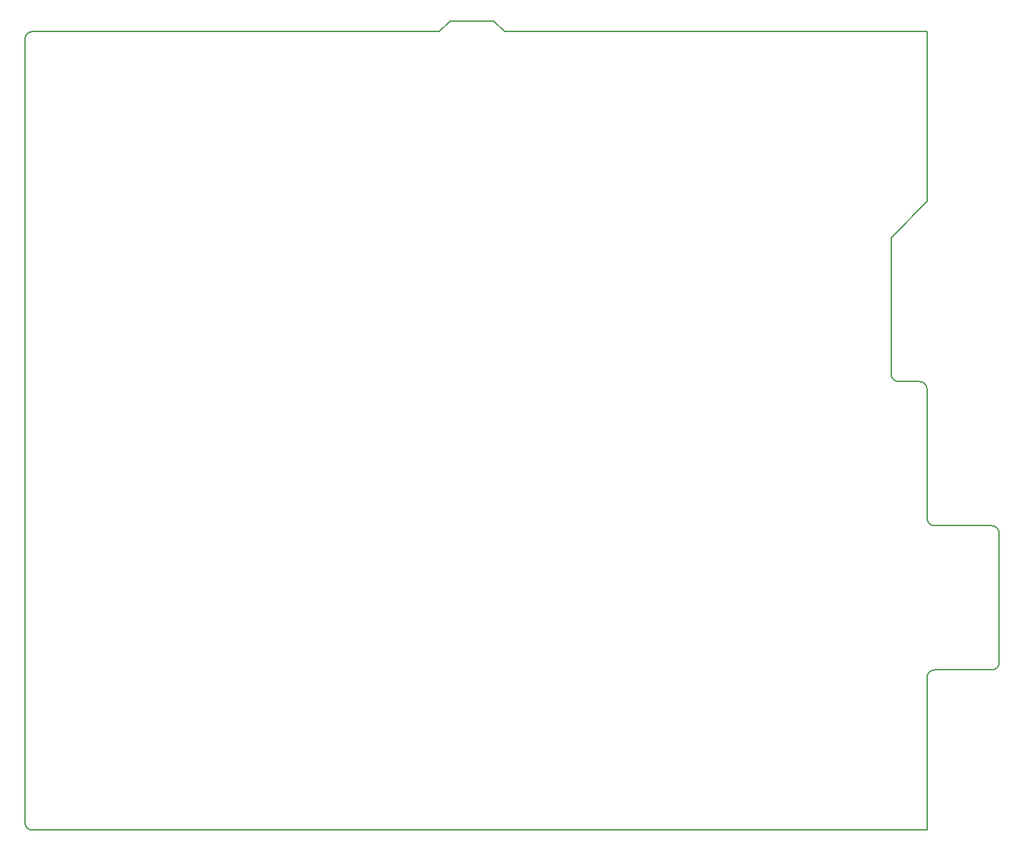
<source format=gbr>
G04 #@! TF.GenerationSoftware,KiCad,Pcbnew,7.0.8*
G04 #@! TF.CreationDate,2023-10-21T06:46:12+09:00*
G04 #@! TF.ProjectId,ckb9,636b6239-2e6b-4696-9361-645f70636258,rev?*
G04 #@! TF.SameCoordinates,Original*
G04 #@! TF.FileFunction,Profile,NP*
%FSLAX46Y46*%
G04 Gerber Fmt 4.6, Leading zero omitted, Abs format (unit mm)*
G04 Created by KiCad (PCBNEW 7.0.8) date 2023-10-21 06:46:12*
%MOMM*%
%LPD*%
G01*
G04 APERTURE LIST*
G04 #@! TA.AperFunction,Profile*
%ADD10C,0.150000*%
G04 #@! TD*
G04 APERTURE END LIST*
D10*
X534260002Y15340000D02*
G75*
G03*
X535260000Y14329952I999998J-10000D01*
G01*
X534259998Y32370000D02*
G75*
G03*
X533260000Y33380048I-999998J10000D01*
G01*
X543779950Y13319953D02*
G75*
G03*
X542780000Y14330000I-999950J10047D01*
G01*
X542770000Y-4719998D02*
G75*
G03*
X543780048Y-3720000I10000J999998D01*
G01*
X535260000Y-4720002D02*
G75*
G03*
X534249952Y-5720000I-10000J-999998D01*
G01*
X416150000Y79629998D02*
G75*
G03*
X415139952Y78630000I-10000J-999998D01*
G01*
X415140002Y-24880000D02*
G75*
G03*
X416140000Y-25890048I999998J-10000D01*
G01*
X478480000Y79630000D02*
X534260000Y79630000D01*
X529500000Y52420000D02*
X529500000Y34390048D01*
X416140000Y-25890048D02*
X534250000Y-25890000D01*
X534260000Y32370000D02*
X534260000Y15340000D01*
X529500050Y34390047D02*
G75*
G03*
X530500000Y33380000I999950J-10047D01*
G01*
X415139952Y78630000D02*
X415140000Y-24880000D01*
X534260000Y57180000D02*
X529500000Y52420000D01*
X469860000Y79630000D02*
X416150000Y79630000D01*
X471270000Y81040000D02*
X469860000Y79630000D01*
X543780000Y13319952D02*
X543780048Y-3720000D01*
X542770000Y-4720000D02*
X535260000Y-4720000D01*
X477070000Y81040000D02*
X471270000Y81040000D01*
X534260000Y79630000D02*
X534260000Y57180000D01*
X534249952Y-5720000D02*
X534250000Y-25890000D01*
X477070000Y81040000D02*
X478480000Y79630000D01*
X530500000Y33380000D02*
X533260000Y33380048D01*
X535260000Y14329952D02*
X542780000Y14330000D01*
M02*

</source>
